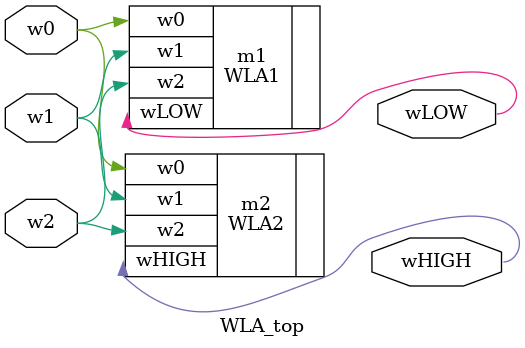
<source format=sv>
`timescale 1ns / 1ps


module WLA_top(
    input w2,
    input w1,
    input w0,
    output wHIGH,
    output wLOW
    );
    
    WLA1 m1 ( .w2(w2), .w1(w1), .w0(w0), .wLOW(wLOW) );
    WLA2 m2 ( .w2(w2), .w1(w1), .w0(w0), .wHIGH(wHIGH) );
    
endmodule

</source>
